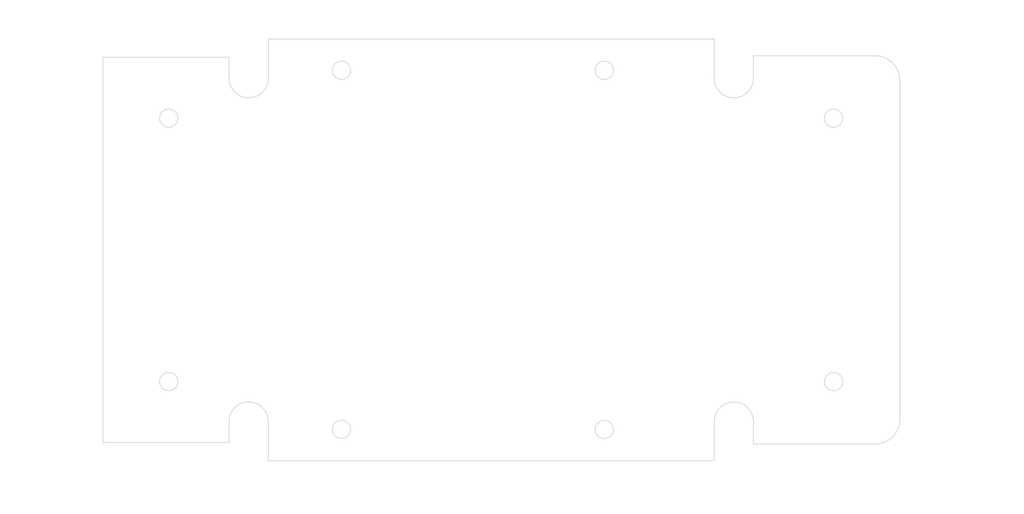
<source format=kicad_pcb>
(kicad_pcb (version 20190605) (host pcbnew "(5.99.0-29-gc3274e15f-dirty)")

  (general
    (thickness 1.6002)
    (drawings 39)
    (tracks 0)
    (modules 0)
    (nets 1)
  )

  (page "USLetter")
  (title_block
    (rev "1")
  )

  (layers
    (0 "Front" signal)
    (1 "In1.Cu" signal)
    (2 "In2.Cu" signal)
    (31 "Back" signal)
    (34 "B.Paste" user)
    (35 "F.Paste" user)
    (36 "B.SilkS" user)
    (37 "F.SilkS" user)
    (38 "B.Mask" user)
    (39 "F.Mask" user)
    (40 "Dwgs.User" user)
    (44 "Edge.Cuts" user)
    (45 "Margin" user)
    (46 "B.CrtYd" user)
    (47 "F.CrtYd" user)
    (49 "F.Fab" user)
  )

  (setup
    (last_trace_width 0.254)
    (user_trace_width 0.127)
    (user_trace_width 0.254)
    (user_trace_width 0.508)
    (user_trace_width 0.762)
    (trace_clearance 0.1524)
    (zone_clearance 0.508)
    (zone_45_only no)
    (trace_min 0.127)
    (via_size 0.6858)
    (via_drill 0.3302)
    (via_min_size 0.4572)
    (via_min_drill 0.254)
    (user_via 0.6858 0.3302)
    (user_via 0.889 0.381)
    (uvia_size 0.6858)
    (uvia_drill 0.3302)
    (uvias_allowed no)
    (uvia_min_size 0)
    (uvia_min_drill 0)
    (max_error 0.005)
    (defaults
      (edge_clearance 0.01)
      (edge_cuts_line_width 0.0381)
      (courtyard_line_width 0.05)
      (copper_line_width 0.254)
      (copper_text_dims (size 1.524 1.524) (thickness 0.3048) keep_upright)
      (silk_line_width 0.127)
      (silk_text_dims (size 0.762 0.762) (thickness 0.127) keep_upright)
      (other_layers_line_width 0.1)
      (other_layers_text_dims (size 1 1) (thickness 0.15) keep_upright)
    )
    (pad_size 1.524 1.524)
    (pad_drill 0.762)
    (pad_to_mask_clearance 0)
    (solder_mask_min_width 0.1016)
    (aux_axis_origin 0 0)
    (visible_elements FFFFFF7F)
    (pcbplotparams
      (layerselection 0x010fc_ffffffff)
      (usegerberextensions false)
      (usegerberattributes false)
      (usegerberadvancedattributes false)
      (creategerberjobfile false)
      (excludeedgelayer true)
      (linewidth 0.152400)
      (plotframeref false)
      (viasonmask false)
      (mode 1)
      (useauxorigin false)
      (hpglpennumber 1)
      (hpglpenspeed 20)
      (hpglpendiameter 15.000000)
      (psnegative false)
      (psa4output false)
      (plotreference true)
      (plotvalue false)
      (plotinvisibletext false)
      (padsonsilk false)
      (subtractmaskfromsilk true)
      (outputformat 1)
      (mirror false)
      (drillshape 0)
      (scaleselection 1)
      (outputdirectory "./gerbers"))
  )

  (net 0 "")

  (net_class "Default" "This is the default net class."
    (clearance 0.1524)
    (trace_width 0.254)
    (via_dia 0.6858)
    (via_drill 0.3302)
    (uvia_dia 0.6858)
    (uvia_drill 0.3302)
    (diff_pair_width 0.1524)
    (diff_pair_gap 0.254)
  )

  (gr_text "1553D" (at 152 105) (layer "Dwgs.User")
    (effects (font (size 2 2) (thickness 0.15)))
  )
  (dimension 6.842905 (width 0.1) (layer "Dwgs.User")
    (gr_text "6.84 mm" (at 55.448444 20.75) (layer "Dwgs.User")
      (effects (font (size 1 1) (thickness 0.15)))
    )
    (feature1 (pts (xy 58.869897 33.688121) (xy 58.869897 21.413579)))
    (feature2 (pts (xy 52.026992 33.688121) (xy 52.026992 21.413579)))
    (crossbar (pts (xy 52.026992 22) (xy 58.869897 22)))
    (arrow1a (pts (xy 58.869897 22) (xy 57.743393 22.586421)))
    (arrow1b (pts (xy 58.869897 22) (xy 57.743393 21.413579)))
    (arrow2a (pts (xy 52.026992 22) (xy 53.153496 22.586421)))
    (arrow2b (pts (xy 52.026992 22) (xy 53.153496 21.413579)))
  )
  (dimension 22.026992 (width 0.1) (layer "Dwgs.User")
    (gr_text "22.03 mm" (at 41.013496 20.75) (layer "Dwgs.User")
      (effects (font (size 1 1) (thickness 0.15)))
    )
    (feature1 (pts (xy 52.026992 30) (xy 52.026992 21.413579)))
    (feature2 (pts (xy 30 30) (xy 30 21.413579)))
    (crossbar (pts (xy 30 22) (xy 52.026992 22)))
    (arrow1a (pts (xy 52.026992 22) (xy 50.900488 22.586421)))
    (arrow1b (pts (xy 52.026992 22) (xy 50.900488 21.413579)))
    (arrow2a (pts (xy 30 22) (xy 31.126504 22.586421)))
    (arrow2b (pts (xy 30 22) (xy 31.126504 21.413579)))
  )
  (dimension 46.03524 (width 0.1) (layer "Dwgs.User")
    (gr_text "46.04 mm" (at 164.25 63.660724 90) (layer "Dwgs.User")
      (effects (font (size 1 1) (thickness 0.15)))
    )
    (feature1 (pts (xy 157.5233 40.643104) (xy 163.586421 40.643104)))
    (feature2 (pts (xy 157.5233 86.678344) (xy 163.586421 86.678344)))
    (crossbar (pts (xy 163 86.678344) (xy 163 40.643104)))
    (arrow1a (pts (xy 163 40.643104) (xy 163.586421 41.769608)))
    (arrow1b (pts (xy 163 40.643104) (xy 162.413579 41.769608)))
    (arrow2a (pts (xy 163 86.678344) (xy 163.586421 85.55184)))
    (arrow2b (pts (xy 163 86.678344) (xy 162.413579 85.55184)))
  )
  (dimension 62.74824 (width 0.1) (layer "Dwgs.User")
    (gr_text "62.75 mm" (at 129.649616 63.660724 90) (layer "Dwgs.User")
      (effects (font (size 1 1) (thickness 0.15)))
    )
    (feature1 (pts (xy 117.5233 32.286604) (xy 128.986037 32.286604)))
    (feature2 (pts (xy 117.5233 95.034844) (xy 128.986037 95.034844)))
    (crossbar (pts (xy 128.399616 95.034844) (xy 128.399616 32.286604)))
    (arrow1a (pts (xy 128.399616 32.286604) (xy 128.986037 33.413108)))
    (arrow1b (pts (xy 128.399616 32.286604) (xy 127.813195 33.413108)))
    (arrow2a (pts (xy 128.399616 95.034844) (xy 128.986037 93.90834)))
    (arrow2b (pts (xy 128.399616 95.034844) (xy 127.813195 93.90834)))
  )
  (dimension 67.826015 (width 0.1) (layer "Dwgs.User")
    (gr_text "67.83 mm" (at 189.373262 63.666356 90) (layer "Dwgs.User")
      (effects (font (size 1 1) (thickness 0.15)))
    )
    (feature1 (pts (xy 164.786425 29.753349) (xy 188.709683 29.753349)))
    (feature2 (pts (xy 164.786425 97.579364) (xy 188.709683 97.579364)))
    (crossbar (pts (xy 188.123262 97.579364) (xy 188.123262 29.753349)))
    (arrow1a (pts (xy 188.123262 29.753349) (xy 188.709683 30.879853)))
    (arrow1b (pts (xy 188.123262 29.753349) (xy 187.536841 30.879853)))
    (arrow2a (pts (xy 188.123262 97.579364) (xy 188.709683 96.45286)))
    (arrow2b (pts (xy 188.123262 97.579364) (xy 187.536841 96.45286)))
  )
  (dimension 77.833056 (width 0.1) (layer "Dwgs.User")
    (gr_text "77.83 mm" (at 97.786425 110.385204) (layer "Dwgs.User")
      (effects (font (size 1 1) (thickness 0.15)))
    )
    (feature1 (pts (xy 136.702953 100.493617) (xy 136.702953 109.721625)))
    (feature2 (pts (xy 58.869897 100.493617) (xy 58.869897 109.721625)))
    (crossbar (pts (xy 58.869897 109.135204) (xy 136.702953 109.135204)))
    (arrow1a (pts (xy 136.702953 109.135204) (xy 135.576449 109.721625)))
    (arrow1b (pts (xy 136.702953 109.135204) (xy 135.576449 108.548783)))
    (arrow2a (pts (xy 58.869897 109.135204) (xy 59.996401 109.721625)))
    (arrow2b (pts (xy 58.869897 109.135204) (xy 59.996401 108.548783)))
  )
  (dimension 73.665785 (width 0.1) (layer "Dwgs.User")
    (gr_text "73.67 mm" (at 15.75 63.660724 90) (layer "Dwgs.User")
      (effects (font (size 1 1) (thickness 0.15)))
    )
    (feature1 (pts (xy 58.869897 26.827832) (xy 16.413579 26.827832)))
    (feature2 (pts (xy 58.869897 100.493617) (xy 16.413579 100.493617)))
    (crossbar (pts (xy 17 100.493617) (xy 17 26.827832)))
    (arrow1a (pts (xy 17 26.827832) (xy 17.586421 27.954336)))
    (arrow1b (pts (xy 17 26.827832) (xy 16.413579 27.954336)))
    (arrow2a (pts (xy 17 100.493617) (xy 17.586421 99.367113)))
    (arrow2b (pts (xy 17 100.493617) (xy 16.413579 99.367113)))
  )
  (dimension 67.321449 (width 0.1) (layer "Dwgs.User")
    (gr_text "67.321 mm" (at 21.037849 63.660724 90) (layer "Dwgs.User")
      (effects (font (size 1 1) (thickness 0.15)))
    )
    (feature1 (pts (xy 30 30) (xy 21.701428 30)))
    (feature2 (pts (xy 30 97.321449) (xy 21.701428 97.321449)))
    (crossbar (pts (xy 22.287849 97.321449) (xy 22.287849 30)))
    (arrow1a (pts (xy 22.287849 30) (xy 22.87427 31.126504)))
    (arrow1b (pts (xy 22.287849 30) (xy 21.701428 31.126504)))
    (arrow2a (pts (xy 22.287849 97.321449) (xy 22.87427 96.194945)))
    (arrow2b (pts (xy 22.287849 97.321449) (xy 21.701428 96.194945)))
  )
  (gr_circle (center 157.5233 40.643104) (end 159.1233 40.643104) (layer "Edge.Cuts") (width 0.131228))
  (gr_circle (center 117.5233 32.286604) (end 119.1233 32.286604) (layer "Edge.Cuts") (width 0.131228))
  (gr_circle (center 71.631312 32.286604) (end 73.231312 32.286604) (layer "Edge.Cuts") (width 0.131228))
  (gr_circle (center 41.488312 40.643104) (end 43.088312 40.643104) (layer "Edge.Cuts") (width 0.131228))
  (gr_line (start 30 97.321449) (end 30 30) (layer "Edge.Cuts") (width 0.131228))
  (gr_line (start 30 30) (end 52.026992 30) (layer "Edge.Cuts") (width 0.131228))
  (gr_line (start 52.026992 30) (end 52.026992 33.688121) (layer "Edge.Cuts") (width 0.131228))
  (gr_arc (start 55.448445 33.688121) (end 52.026992 33.688121) (angle -180) (layer "Edge.Cuts") (width 0.131228))
  (gr_line (start 58.869897 100.493617) (end 58.869897 93.633328) (layer "Edge.Cuts") (width 0.131228))
  (gr_arc (start 55.448445 93.633328) (end 58.869897 93.633328) (angle -180) (layer "Edge.Cuts") (width 0.131228))
  (gr_line (start 52.026992 93.633328) (end 52.026992 97.321449) (layer "Edge.Cuts") (width 0.131228))
  (gr_line (start 52.026992 97.321449) (end 30 97.321449) (layer "Edge.Cuts") (width 0.131228))
  (gr_circle (center 41.488312 86.678344) (end 43.088312 86.678344) (layer "Edge.Cuts") (width 0.131228))
  (gr_circle (center 71.631312 95.034844) (end 73.231312 95.034844) (layer "Edge.Cuts") (width 0.131228))
  (gr_circle (center 117.5233 95.034844) (end 119.1233 95.034844) (layer "Edge.Cuts") (width 0.131228))
  (gr_circle (center 157.5233 86.678344) (end 159.1233 86.678344) (layer "Edge.Cuts") (width 0.131228))
  (gr_line (start 143.545857 97.579364) (end 143.545857 93.633328) (layer "Edge.Cuts") (width 0.131228))
  (gr_arc (start 140.124405 93.633328) (end 143.545857 93.633328) (angle -180) (layer "Edge.Cuts") (width 0.131228))
  (gr_line (start 136.702953 93.633328) (end 136.702953 100.493617) (layer "Edge.Cuts") (width 0.131228))
  (gr_line (start 136.702953 100.493617) (end 58.869897 100.493617) (layer "Edge.Cuts") (width 0.131228))
  (gr_arc (start 164.786425 34.078745) (end 169.111821 34.078745) (angle -90) (layer "Edge.Cuts") (width 0.131228))
  (gr_line (start 169.111821 34.078745) (end 169.111821 93.253968) (layer "Edge.Cuts") (width 0.131228))
  (gr_arc (start 164.786425 93.253968) (end 164.786425 97.579364) (angle -90) (layer "Edge.Cuts") (width 0.131228))
  (gr_line (start 164.786425 97.579364) (end 143.545857 97.579364) (layer "Edge.Cuts") (width 0.131228))
  (gr_line (start 58.869897 33.688121) (end 58.869897 26.827832) (layer "Edge.Cuts") (width 0.131228))
  (gr_line (start 58.869897 26.827832) (end 136.702953 26.827832) (layer "Edge.Cuts") (width 0.131228))
  (gr_line (start 136.702953 26.827832) (end 136.702953 33.688121) (layer "Edge.Cuts") (width 0.131228))
  (gr_arc (start 140.124405 33.688121) (end 136.702953 33.688121) (angle -180) (layer "Edge.Cuts") (width 0.131228))
  (gr_line (start 143.545857 33.688121) (end 143.545857 29.753349) (layer "Edge.Cuts") (width 0.131228))
  (gr_line (start 143.545857 29.753349) (end 164.786425 29.753349) (layer "Edge.Cuts") (width 0.131228))

)

</source>
